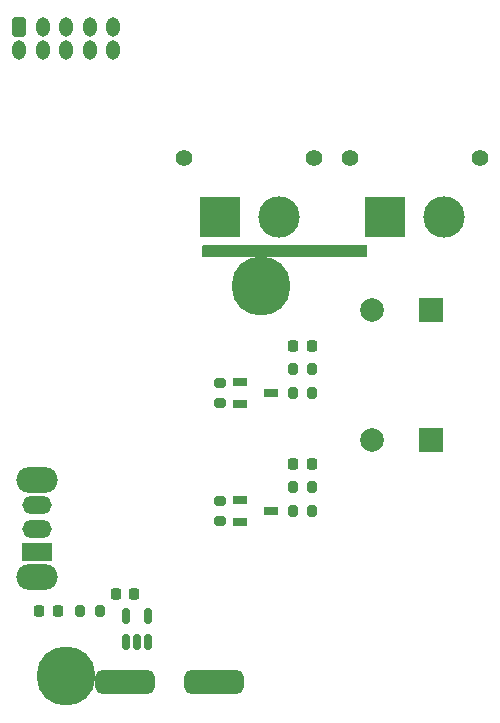
<source format=gbr>
G04 #@! TF.GenerationSoftware,KiCad,Pcbnew,(6.0.5)*
G04 #@! TF.CreationDate,2022-07-13T00:10:43+09:00*
G04 #@! TF.ProjectId,ORION_power_v1,4f52494f-4e5f-4706-9f77-65725f76312e,rev?*
G04 #@! TF.SameCoordinates,Original*
G04 #@! TF.FileFunction,Soldermask,Top*
G04 #@! TF.FilePolarity,Negative*
%FSLAX46Y46*%
G04 Gerber Fmt 4.6, Leading zero omitted, Abs format (unit mm)*
G04 Created by KiCad (PCBNEW (6.0.5)) date 2022-07-13 00:10:43*
%MOMM*%
%LPD*%
G01*
G04 APERTURE LIST*
G04 Aperture macros list*
%AMRoundRect*
0 Rectangle with rounded corners*
0 $1 Rounding radius*
0 $2 $3 $4 $5 $6 $7 $8 $9 X,Y pos of 4 corners*
0 Add a 4 corners polygon primitive as box body*
4,1,4,$2,$3,$4,$5,$6,$7,$8,$9,$2,$3,0*
0 Add four circle primitives for the rounded corners*
1,1,$1+$1,$2,$3*
1,1,$1+$1,$4,$5*
1,1,$1+$1,$6,$7*
1,1,$1+$1,$8,$9*
0 Add four rect primitives between the rounded corners*
20,1,$1+$1,$2,$3,$4,$5,0*
20,1,$1+$1,$4,$5,$6,$7,0*
20,1,$1+$1,$6,$7,$8,$9,0*
20,1,$1+$1,$8,$9,$2,$3,0*%
G04 Aperture macros list end*
%ADD10C,5.000000*%
%ADD11RoundRect,0.250000X-0.350000X-0.575000X0.350000X-0.575000X0.350000X0.575000X-0.350000X0.575000X0*%
%ADD12O,1.200000X1.650000*%
%ADD13RoundRect,0.150000X0.150000X-0.512500X0.150000X0.512500X-0.150000X0.512500X-0.150000X-0.512500X0*%
%ADD14RoundRect,0.200000X0.275000X-0.200000X0.275000X0.200000X-0.275000X0.200000X-0.275000X-0.200000X0*%
%ADD15C,1.400000*%
%ADD16R,3.500000X3.500000*%
%ADD17C,3.500000*%
%ADD18R,1.220000X0.650000*%
%ADD19RoundRect,0.218750X-0.218750X-0.256250X0.218750X-0.256250X0.218750X0.256250X-0.218750X0.256250X0*%
%ADD20RoundRect,0.200000X0.200000X0.275000X-0.200000X0.275000X-0.200000X-0.275000X0.200000X-0.275000X0*%
%ADD21RoundRect,0.225000X0.225000X0.250000X-0.225000X0.250000X-0.225000X-0.250000X0.225000X-0.250000X0*%
%ADD22RoundRect,0.200000X-0.200000X-0.275000X0.200000X-0.275000X0.200000X0.275000X-0.200000X0.275000X0*%
%ADD23RoundRect,0.218750X0.218750X0.256250X-0.218750X0.256250X-0.218750X-0.256250X0.218750X-0.256250X0*%
%ADD24R,2.000000X2.000000*%
%ADD25C,2.000000*%
%ADD26O,3.500000X2.200000*%
%ADD27R,2.500000X1.500000*%
%ADD28O,2.500000X1.500000*%
%ADD29RoundRect,0.500000X2.000000X0.500000X-2.000000X0.500000X-2.000000X-0.500000X2.000000X-0.500000X0*%
G04 APERTURE END LIST*
D10*
X51500000Y-92000000D03*
D11*
X47500000Y-37000000D03*
D12*
X47500000Y-39000000D03*
X49500000Y-37000000D03*
X49500000Y-39000000D03*
X51500000Y-37000000D03*
X51500000Y-39000000D03*
X53500000Y-37000000D03*
X53500000Y-39000000D03*
X55500000Y-37000000D03*
X55500000Y-39000000D03*
D13*
X56550000Y-89137500D03*
X57500000Y-89137500D03*
X58450000Y-89137500D03*
X58450000Y-86862500D03*
X56550000Y-86862500D03*
D14*
X64500000Y-78825000D03*
X64500000Y-77175000D03*
D15*
X72500000Y-48150000D03*
X61500000Y-48150000D03*
D16*
X64500000Y-53150000D03*
D17*
X69500000Y-53150000D03*
D18*
X66190000Y-67050000D03*
X66190000Y-68950000D03*
X68810000Y-68000000D03*
D19*
X70712500Y-74000000D03*
X72287500Y-74000000D03*
D18*
X66190000Y-77050000D03*
X66190000Y-78950000D03*
X68810000Y-78000000D03*
D20*
X72325000Y-76000000D03*
X70675000Y-76000000D03*
D14*
X64500000Y-68825000D03*
X64500000Y-67175000D03*
D20*
X72325000Y-66000000D03*
X70675000Y-66000000D03*
D21*
X57275000Y-85000000D03*
X55725000Y-85000000D03*
D22*
X70675000Y-78000000D03*
X72325000Y-78000000D03*
D10*
X68000000Y-59000000D03*
D23*
X50787500Y-86500000D03*
X49212500Y-86500000D03*
D22*
X70675000Y-68000000D03*
X72325000Y-68000000D03*
D20*
X54325000Y-86500000D03*
X52675000Y-86500000D03*
D24*
X82367677Y-72000000D03*
D25*
X77367677Y-72000000D03*
D15*
X75500000Y-48150000D03*
X86500000Y-48150000D03*
D16*
X78500000Y-53150000D03*
D17*
X83500000Y-53150000D03*
D24*
X82367677Y-61000000D03*
D25*
X77367677Y-61000000D03*
D26*
X49000000Y-83600000D03*
X49000000Y-75400000D03*
D27*
X49000000Y-81500000D03*
D28*
X49000000Y-79500000D03*
X49000000Y-77500000D03*
D19*
X70712500Y-64000000D03*
X72287500Y-64000000D03*
D29*
X64000000Y-92500000D03*
X56500000Y-92500000D03*
G36*
X76942121Y-55520002D02*
G01*
X76988614Y-55573658D01*
X77000000Y-55626000D01*
X77000000Y-56374000D01*
X76979998Y-56442121D01*
X76926342Y-56488614D01*
X76874000Y-56500000D01*
X63126000Y-56500000D01*
X63057879Y-56479998D01*
X63011386Y-56426342D01*
X63000000Y-56374000D01*
X63000000Y-55626000D01*
X63020002Y-55557879D01*
X63073658Y-55511386D01*
X63126000Y-55500000D01*
X76874000Y-55500000D01*
X76942121Y-55520002D01*
G37*
M02*

</source>
